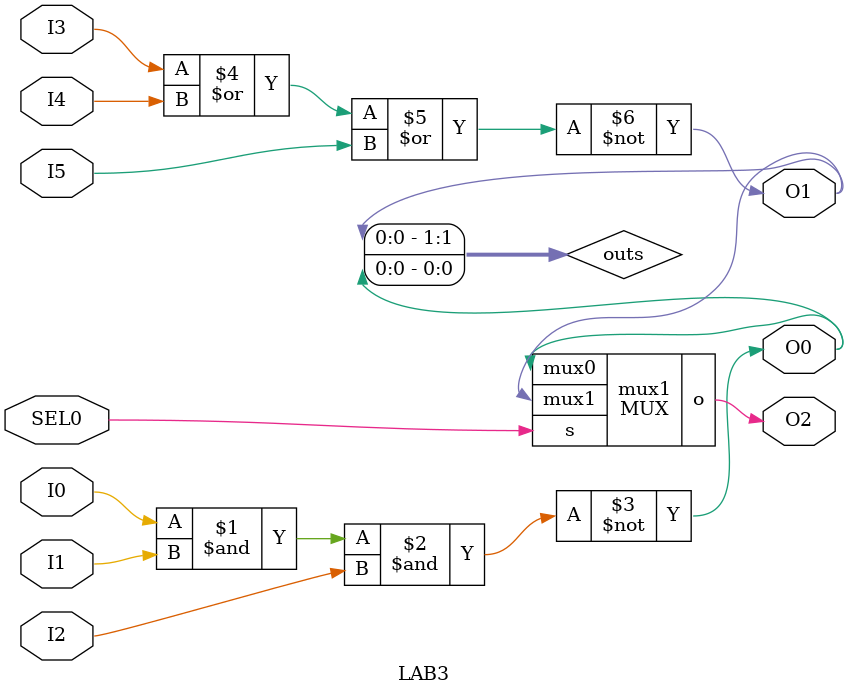
<source format=v>
module MUX(input mux0, input mux1, input s, output o);
	assign o = (mux0 & ~s) | (mux1 & s);

endmodule





module LAB3(input I0, input I1, input I2, input I3, input I4, input I5, input SEL0,
	output O0, output O1, output O2);
	
	
	wire [1:0] outs;
	
	
	nand nand1(outs[0], I0, I1, I2);
	nor nor1(outs[1], I3, I4, I5);
	MUX mux1(outs[0], outs[1], SEL0, O2);
	assign O0 = outs[0];
	assign O1 = outs[1];


endmodule
</source>
